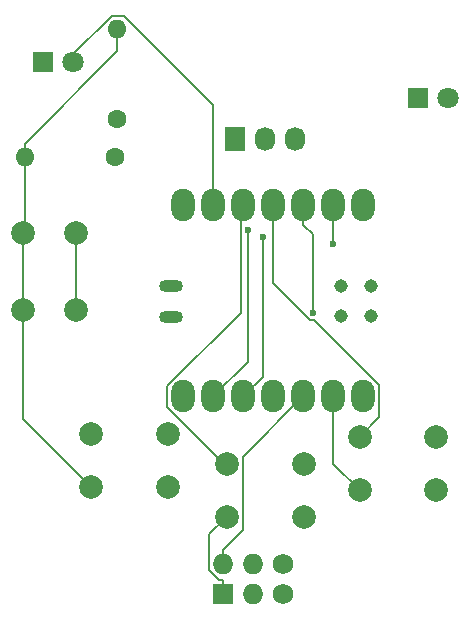
<source format=gbr>
%TF.GenerationSoftware,KiCad,Pcbnew,8.0.6*%
%TF.CreationDate,2025-01-13T20:16:21-05:00*%
%TF.ProjectId,TamaBadge,54616d61-4261-4646-9765-2e6b69636164,rev?*%
%TF.SameCoordinates,Original*%
%TF.FileFunction,Copper,L1,Top*%
%TF.FilePolarity,Positive*%
%FSLAX46Y46*%
G04 Gerber Fmt 4.6, Leading zero omitted, Abs format (unit mm)*
G04 Created by KiCad (PCBNEW 8.0.6) date 2025-01-13 20:16:21*
%MOMM*%
%LPD*%
G01*
G04 APERTURE LIST*
%TA.AperFunction,ComponentPad*%
%ADD10C,2.000000*%
%TD*%
%TA.AperFunction,ComponentPad*%
%ADD11O,1.730000X2.030000*%
%TD*%
%TA.AperFunction,ComponentPad*%
%ADD12R,1.730000X2.030000*%
%TD*%
%TA.AperFunction,ComponentPad*%
%ADD13R,1.800000X1.800000*%
%TD*%
%TA.AperFunction,ComponentPad*%
%ADD14C,1.800000*%
%TD*%
%TA.AperFunction,SMDPad,CuDef*%
%ADD15C,1.143000*%
%TD*%
%TA.AperFunction,SMDPad,CuDef*%
%ADD16O,2.032000X1.016000*%
%TD*%
%TA.AperFunction,SMDPad,CuDef*%
%ADD17O,1.998980X2.748280*%
%TD*%
%TA.AperFunction,ComponentPad*%
%ADD18C,1.600000*%
%TD*%
%TA.AperFunction,ComponentPad*%
%ADD19O,1.600000X1.600000*%
%TD*%
%TA.AperFunction,ComponentPad*%
%ADD20C,1.727200*%
%TD*%
%TA.AperFunction,ComponentPad*%
%ADD21O,1.727200X1.727200*%
%TD*%
%TA.AperFunction,ComponentPad*%
%ADD22R,1.727200X1.727200*%
%TD*%
%TA.AperFunction,ViaPad*%
%ADD23C,0.600000*%
%TD*%
%TA.AperFunction,Conductor*%
%ADD24C,0.200000*%
%TD*%
G04 APERTURE END LIST*
D10*
%TO.P,SW7,2,2*%
%TO.N,Net-(J1-Pin_1)*%
X95500000Y-134500000D03*
X95500000Y-128000000D03*
%TO.P,SW7,1,1*%
%TO.N,Net-(U1-PA4_A1_D1)*%
X100000000Y-134500000D03*
X100000000Y-128000000D03*
%TD*%
D11*
%TO.P,J1,3,Pin_3*%
%TO.N,Net-(J1-Pin_3)*%
X118540000Y-120000000D03*
%TO.P,J1,2,Pin_2*%
%TO.N,Net-(J1-Pin_2)*%
X116000000Y-120000000D03*
D12*
%TO.P,J1,1,Pin_1*%
%TO.N,Net-(J1-Pin_1)*%
X113460000Y-120000000D03*
%TD*%
D13*
%TO.P,D2,1,K*%
%TO.N,Net-(D2-K)*%
X128960000Y-116500000D03*
D14*
%TO.P,D2,2,A*%
%TO.N,Net-(D1-A)*%
X131500000Y-116500000D03*
%TD*%
D15*
%TO.P,U1,20,GND*%
%TO.N,unconnected-(U1-GND-Pad20)*%
X122464187Y-135038803D03*
%TO.P,U1,19,RESET*%
%TO.N,unconnected-(U1-RESET-Pad19)*%
X122464187Y-132498803D03*
%TO.P,U1,18,PA30_SWCLK*%
%TO.N,unconnected-(U1-PA30_SWCLK-Pad18)*%
X125004187Y-135038803D03*
%TO.P,U1,17,PA31_SWDIO*%
%TO.N,unconnected-(U1-PA31_SWDIO-Pad17)*%
X125004187Y-132498803D03*
D16*
%TO.P,U1,16,GND*%
%TO.N,unconnected-(U1-GND-Pad16)*%
X108000000Y-135050000D03*
%TO.P,U1,15,5V*%
%TO.N,unconnected-(U1-5V-Pad15)*%
X108000000Y-132500000D03*
D17*
%TO.P,U1,14,5V*%
%TO.N,unconnected-(U1-5V-Pad14)*%
X124317820Y-141797680D03*
%TO.P,U1,13,GND*%
%TO.N,Net-(J1-Pin_1)*%
X121777820Y-141797680D03*
%TO.P,U1,12,3V3*%
%TO.N,Net-(U1-3V3)*%
X119237820Y-141797680D03*
%TO.P,U1,11,PA6_A10_D10_MOSI*%
%TO.N,unconnected-(U1-PA6_A10_D10_MOSI-Pad11)*%
X116697820Y-141797680D03*
%TO.P,U1,10,PA5_A9_D9_MISO*%
%TO.N,Net-(J1-Pin_3)*%
X114157820Y-141797680D03*
%TO.P,U1,9,PA7_A8_D8_SCK*%
%TO.N,Net-(J1-Pin_2)*%
X111617820Y-141797680D03*
%TO.P,U1,8,PB09_A7_D7_RX*%
%TO.N,unconnected-(U1-PB09_A7_D7_RX-Pad8)*%
X109077820Y-141797680D03*
%TO.P,U1,7,PB08_A6_D6_TX*%
%TO.N,unconnected-(U1-PB08_A6_D6_TX-Pad7)*%
X109077820Y-125633120D03*
%TO.P,U1,6,PA9_A5_D5_SCL*%
%TO.N,Net-(D1-A)*%
X111617820Y-125633120D03*
%TO.P,U1,5,PA8_A4_D4_SDA*%
%TO.N,Net-(U1-PA8_A4_D4_SDA)*%
X114157820Y-125633120D03*
%TO.P,U1,4,PA11_A3_D3*%
%TO.N,Net-(U1-PA11_A3_D3)*%
X116697820Y-125633120D03*
%TO.P,U1,3,PA10_A2_D2*%
%TO.N,Net-(U1-PA10_A2_D2)*%
X119237820Y-125633120D03*
%TO.P,U1,2,PA4_A1_D1*%
%TO.N,Net-(U1-PA4_A1_D1)*%
X121777820Y-125633120D03*
%TO.P,U1,1,PA02_A0_D0*%
%TO.N,unconnected-(U1-PA02_A0_D0-Pad1)*%
X124317820Y-125633120D03*
%TD*%
D18*
%TO.P,R1,1*%
%TO.N,Net-(D1-K)*%
X103310000Y-121500000D03*
D19*
%TO.P,R1,2*%
%TO.N,Net-(J1-Pin_1)*%
X95690000Y-121500000D03*
%TD*%
D18*
%TO.P,R2,1*%
%TO.N,Net-(D2-K)*%
X103500000Y-118310000D03*
D19*
%TO.P,R2,2*%
%TO.N,Net-(J1-Pin_1)*%
X103500000Y-110690000D03*
%TD*%
D20*
%TO.P,X1,6,GPIO2*%
%TO.N,unconnected-(X1-GPIO2-Pad6)*%
X117500000Y-158540000D03*
%TO.P,X1,5,GPIO1*%
%TO.N,unconnected-(X1-GPIO1-Pad5)*%
X117500000Y-156000000D03*
D21*
%TO.P,X1,4,SCL*%
%TO.N,unconnected-(X1-SCL-Pad4)*%
X114960000Y-158540000D03*
%TO.P,X1,3,SDA*%
%TO.N,unconnected-(X1-SDA-Pad3)*%
X114960000Y-156000000D03*
D22*
%TO.P,X1,2,GND*%
%TO.N,Net-(J1-Pin_1)*%
X112420000Y-158540000D03*
D21*
%TO.P,X1,1,VCC*%
%TO.N,Net-(U1-3V3)*%
X112420000Y-156000000D03*
%TD*%
D10*
%TO.P,SW5,2,2*%
%TO.N,Net-(J1-Pin_1)*%
X119250000Y-152000000D03*
X112750000Y-152000000D03*
%TO.P,SW5,1,1*%
%TO.N,Net-(U1-PA8_A4_D4_SDA)*%
X119250000Y-147500000D03*
X112750000Y-147500000D03*
%TD*%
%TO.P,SW4,2,2*%
%TO.N,Net-(J1-Pin_1)*%
X107750000Y-149500000D03*
X101250000Y-149500000D03*
%TO.P,SW4,1,1*%
%TO.N,Net-(U1-PA10_A2_D2)*%
X107750000Y-145000000D03*
X101250000Y-145000000D03*
%TD*%
%TO.P,SW6,2,2*%
%TO.N,Net-(J1-Pin_1)*%
X130500000Y-149750000D03*
X124000000Y-149750000D03*
%TO.P,SW6,1,1*%
%TO.N,Net-(U1-PA11_A3_D3)*%
X130500000Y-145250000D03*
X124000000Y-145250000D03*
%TD*%
D13*
%TO.P,D1,1,K*%
%TO.N,Net-(D1-K)*%
X97225000Y-113500000D03*
D14*
%TO.P,D1,2,A*%
%TO.N,Net-(D1-A)*%
X99765000Y-113500000D03*
%TD*%
D23*
%TO.N,Net-(U1-PA4_A1_D1)*%
X121777800Y-128907800D03*
%TO.N,Net-(U1-PA10_A2_D2)*%
X120022300Y-134710700D03*
%TO.N,Net-(J1-Pin_3)*%
X115798500Y-128303400D03*
%TO.N,Net-(J1-Pin_2)*%
X114558000Y-127746100D03*
%TD*%
D24*
%TO.N,Net-(U1-PA4_A1_D1)*%
X100000000Y-128000000D02*
X100000000Y-134500000D01*
X121777800Y-125633100D02*
X121777800Y-128907800D01*
%TO.N,Net-(U1-PA11_A3_D3)*%
X116697800Y-132237000D02*
X116697800Y-125633100D01*
X119773200Y-135312400D02*
X116697800Y-132237000D01*
X120132100Y-135312400D02*
X119773200Y-135312400D01*
X125664600Y-140844900D02*
X120132100Y-135312400D01*
X125664600Y-143585400D02*
X125664600Y-140844900D01*
X124000000Y-145250000D02*
X125664600Y-143585400D01*
%TO.N,Net-(U1-PA8_A4_D4_SDA)*%
X112533900Y-147500000D02*
X112750000Y-147500000D01*
X107720500Y-142686600D02*
X112533900Y-147500000D01*
X107720500Y-140922800D02*
X107720500Y-142686600D01*
X113936500Y-134706800D02*
X107720500Y-140922800D01*
X113936500Y-125854400D02*
X113936500Y-134706800D01*
X114157800Y-125633100D02*
X113936500Y-125854400D01*
%TO.N,Net-(U1-3V3)*%
X114122100Y-146913400D02*
X119237800Y-141797700D01*
X114122100Y-153132600D02*
X114122100Y-146913400D01*
X112420000Y-154834700D02*
X114122100Y-153132600D01*
X112420000Y-156000000D02*
X112420000Y-154834700D01*
%TO.N,Net-(U1-PA10_A2_D2)*%
X120022300Y-128093500D02*
X119237800Y-127309000D01*
X120022300Y-134710700D02*
X120022300Y-128093500D01*
X119237800Y-125633100D02*
X119237800Y-127309000D01*
%TO.N,Net-(J1-Pin_1)*%
X121777800Y-147527800D02*
X121777800Y-141797700D01*
X124000000Y-149750000D02*
X121777800Y-147527800D01*
X103500000Y-112588300D02*
X95690000Y-120398300D01*
X103500000Y-110690000D02*
X103500000Y-112588300D01*
X95690000Y-121482800D02*
X95690000Y-120398300D01*
X95690000Y-121482800D02*
X95690000Y-121500000D01*
X112128600Y-157374700D02*
X112420000Y-157374700D01*
X111254700Y-156500800D02*
X112128600Y-157374700D01*
X111254700Y-153495300D02*
X111254700Y-156500800D01*
X112750000Y-152000000D02*
X111254700Y-153495300D01*
X112420000Y-158540000D02*
X112420000Y-157374700D01*
X95690000Y-127810000D02*
X95500000Y-128000000D01*
X95690000Y-121500000D02*
X95690000Y-127810000D01*
X95500000Y-128000000D02*
X95500000Y-134500000D01*
X95500000Y-143750000D02*
X101250000Y-149500000D01*
X95500000Y-134500000D02*
X95500000Y-143750000D01*
%TO.N,Net-(J1-Pin_3)*%
X115798500Y-140157000D02*
X115798500Y-128303400D01*
X114157800Y-141797700D02*
X115798500Y-140157000D01*
%TO.N,Net-(J1-Pin_2)*%
X114558000Y-138857500D02*
X111617800Y-141797700D01*
X114558000Y-127746100D02*
X114558000Y-138857500D01*
%TO.N,Net-(D1-A)*%
X99765000Y-112834400D02*
X99765000Y-113500000D01*
X103030500Y-109568900D02*
X99765000Y-112834400D01*
X104012600Y-109568900D02*
X103030500Y-109568900D01*
X111617800Y-117174100D02*
X104012600Y-109568900D01*
X111617800Y-125633100D02*
X111617800Y-117174100D01*
%TD*%
M02*

</source>
